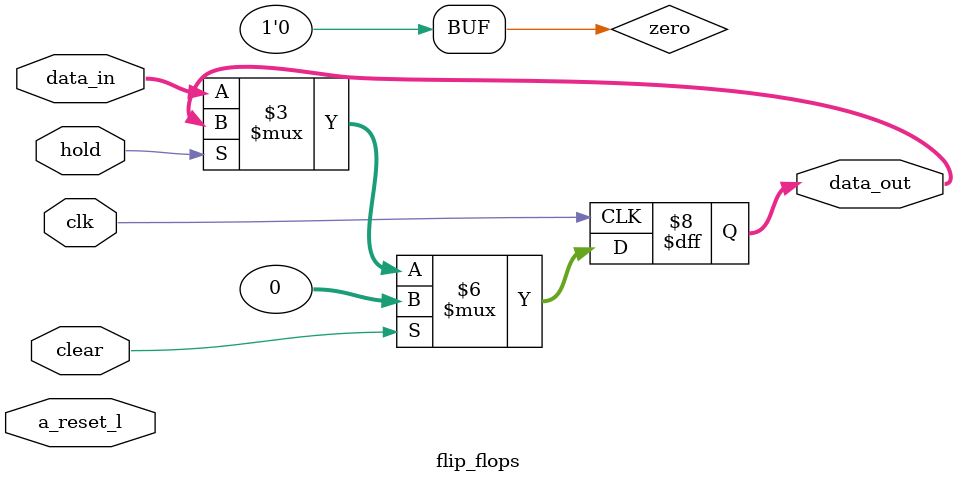
<source format=v>
`timescale 1ns/10ps
module flip_flops #(parameter N=32)(
	input		clk,
	input		a_reset_l,
	input 		clear,
	input 		hold,
	input 	[N-1:0]	data_in,
	output	reg [N-1:0]	data_out
);

	wire zero =1'b0;

	always@(posedge clk) begin

		if(clear)begin
			data_out <= {N{zero}};  
		end
		else if(!hold)begin
			data_out <= data_in;
		end 
			

	end

endmodule
</source>
